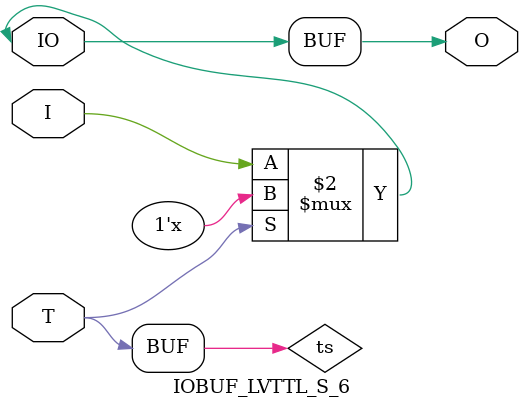
<source format=v>

/*

FUNCTION    : INPUT TRI-STATE OUTPUT BUFFER

*/

`celldefine
`timescale  100 ps / 10 ps

module IOBUF_LVTTL_S_6 (O, IO, I, T);

    output O;

    inout  IO;

    input  I, T;

    or O1 (ts, 1'b0, T);
    bufif0 T1 (IO, I, ts);

    buf B1 (O, IO);

endmodule

</source>
